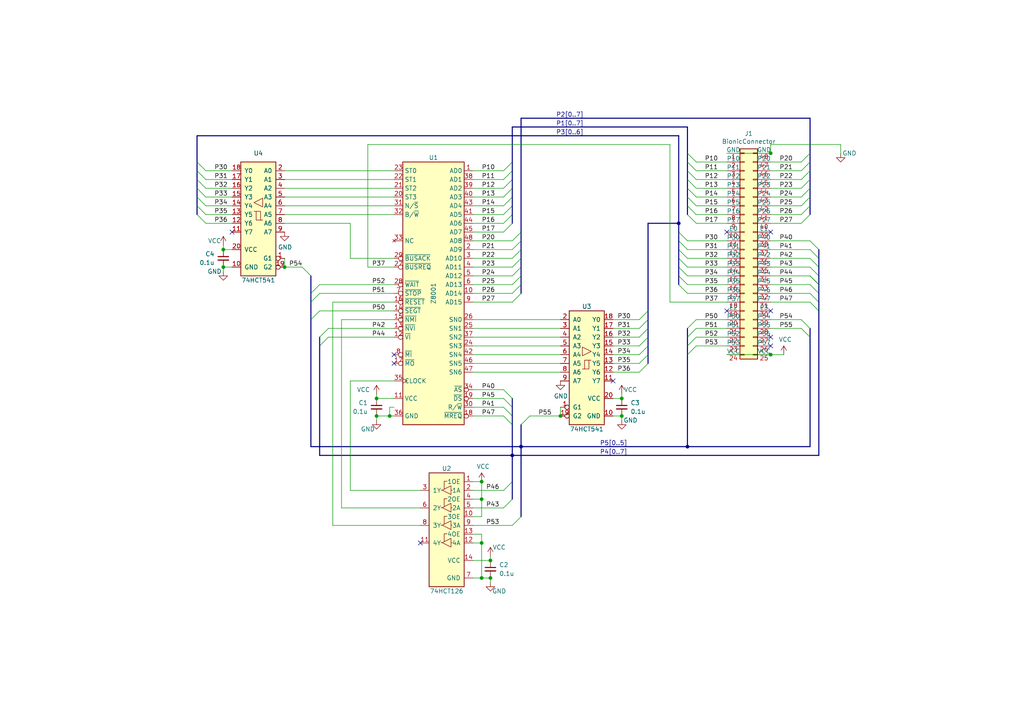
<source format=kicad_sch>
(kicad_sch (version 20211123) (generator eeschema)
  (paper "A4")
  (title_block (title "BionicZ8001 Mezzanine") (date "2022-01-19") (rev "1") (company "Tadashi G. Takaoka"))
  (lib_symbols
    (symbol "0-LocalLibrary:74HCT126" (pin_names (offset 1.016))
      (property "Reference" "U" (at 0 16.51 0))
      (property "Value" "74HCT126" (at 0 -19.05 0))
      (symbol "74HCT126_0_1"
        (polyline (pts (xy -1.2954 10.2108) (xy -1.6002 10.2108)))
        (polyline (pts (xy 1.2954 10.2362) (xy 1.651 10.2362)))
        (polyline (pts (xy 0.7112 10.5664) (xy 0.7112 12.827) (xy -0.127 12.827) (xy -0.1016 12.827)))
      )
      (symbol "74HCT126_1_0"
        (polyline (pts (xy 1.27 10.2362) (xy -1.27 11.5062) (xy -1.27 8.9662) (xy 1.27 10.2362)) (stroke (width 0.1524)))
        (pin input line (at -7.62 12.7 0) (length 2.54) (name "1OE") (number "1"))
        (pin input line (at -7.62 2.54 0) (length 2.54) (name "3OE") (number "10"))
        (pin tri_state line (at 7.62 -5.08 180) (length 2.54) (name "4Y") (number "11"))
        (pin input line (at -7.62 -5.08 0) (length 2.54) (name "4A") (number "12"))
        (pin input line (at -7.62 -2.54 0) (length 2.54) (name "4OE") (number "13"))
        (pin power_in line (at -7.62 -10.16 0) (length 2.54) (name "VCC") (number "14"))
        (pin input line (at -7.62 10.16 0) (length 2.54) (name "1A") (number "2"))
        (pin tri_state line (at 7.62 10.16 180) (length 2.54) (name "1Y") (number "3"))
        (pin input line (at -7.62 7.62 0) (length 2.54) (name "2OE") (number "4"))
        (pin input line (at -7.62 5.08 0) (length 2.54) (name "2A") (number "5"))
        (pin tri_state line (at 7.62 5.08 180) (length 2.54) (name "2Y") (number "6"))
        (pin power_in line (at -7.62 -15.24 0) (length 2.54) (name "GND") (number "7"))
        (pin tri_state line (at 7.62 0 180) (length 2.54) (name "3Y") (number "8"))
        (pin input line (at -7.62 0 0) (length 2.54) (name "3A") (number "9"))
      )
      (symbol "74HCT126_1_1"
        (rectangle (start -5.08 15.24) (end 5.08 -17.78) (stroke (width 0.254)) (fill (type background)))
        (polyline (pts (xy -1.2954 -5.0292) (xy -1.6002 -5.0292)))
        (polyline (pts (xy -1.2954 0.0508) (xy -1.6002 0.0508)))
        (polyline (pts (xy -1.2954 5.1308) (xy -1.6002 5.1308)))
        (polyline (pts (xy 1.2954 -5.0038) (xy 1.651 -5.0038)))
        (polyline (pts (xy 1.2954 0.0762) (xy 1.651 0.0762)))
        (polyline (pts (xy 1.2954 5.1562) (xy 1.651 5.1562)))
        (polyline (pts (xy 0.7112 -4.6736) (xy 0.7112 -2.413) (xy -0.127 -2.413) (xy -0.1016 -2.413)))
        (polyline (pts (xy 0.7112 0.4064) (xy 0.7112 2.667) (xy -0.127 2.667) (xy -0.1016 2.667)))
        (polyline (pts (xy 0.7112 5.4864) (xy 0.7112 7.747) (xy -0.127 7.747) (xy -0.1016 7.747)))
        (polyline (pts (xy 1.27 -5.0038) (xy -1.27 -3.7338) (xy -1.27 -6.2738) (xy 1.27 -5.0038)) (stroke (width 0.1524)))
        (polyline (pts (xy 1.27 0.0762) (xy -1.27 1.3462) (xy -1.27 -1.1938) (xy 1.27 0.0762)) (stroke (width 0.1524)))
        (polyline (pts (xy 1.27 5.1562) (xy -1.27 6.4262) (xy -1.27 3.8862) (xy 1.27 5.1562)) (stroke (width 0.1524)))
      )
    )
    (symbol "0-LocalLibrary:74HCT541" (pin_names (offset 1.016))
      (property "Reference" "U" (at -7.62 16.51 0))
      (property "Value" "74HCT541" (at -7.62 -20.32 0))
      (symbol "74HCT541_1_0"
        (polyline (pts (xy -0.635 -1.6002) (xy -0.635 0.9398) (xy 0.635 0.9398)))
        (polyline (pts (xy -1.27 -1.6002) (xy 0.635 -1.6002) (xy 0.635 0.9398) (xy 1.27 0.9398)))
        (polyline (pts (xy 1.27 3.4798) (xy -1.27 4.7498) (xy -1.27 2.2098) (xy 1.27 3.4798)) (stroke (width 0.1524)))
        (pin input inverted (at -7.62 -12.7 0) (length 2.54) (name "G1") (number "1"))
        (pin power_in line (at 7.62 -15.24 180) (length 2.54) (name "GND") (number "10"))
        (pin tri_state line (at 7.62 -5.08 180) (length 2.54) (name "Y7") (number "11"))
        (pin tri_state line (at 7.62 -2.54 180) (length 2.54) (name "Y6") (number "12"))
        (pin tri_state line (at 7.62 0 180) (length 2.54) (name "Y5") (number "13"))
        (pin tri_state line (at 7.62 2.54 180) (length 2.54) (name "Y4") (number "14"))
        (pin tri_state line (at 7.62 5.08 180) (length 2.54) (name "Y3") (number "15"))
        (pin tri_state line (at 7.62 7.62 180) (length 2.54) (name "Y2") (number "16"))
        (pin tri_state line (at 7.62 10.16 180) (length 2.54) (name "Y1") (number "17"))
        (pin tri_state line (at 7.62 12.7 180) (length 2.54) (name "Y0") (number "18"))
        (pin input inverted (at -7.62 -15.24 0) (length 2.54) (name "G2") (number "19"))
        (pin input line (at -7.62 12.7 0) (length 2.54) (name "A0") (number "2"))
        (pin power_in line (at 7.62 -10.16 180) (length 2.54) (name "VCC") (number "20"))
        (pin input line (at -7.62 10.16 0) (length 2.54) (name "A1") (number "3"))
        (pin input line (at -7.62 7.62 0) (length 2.54) (name "A2") (number "4"))
        (pin input line (at -7.62 5.08 0) (length 2.54) (name "A3") (number "5"))
        (pin input line (at -7.62 2.54 0) (length 2.54) (name "A4") (number "6"))
        (pin input line (at -7.62 0 0) (length 2.54) (name "A5") (number "7"))
        (pin input line (at -7.62 -2.54 0) (length 2.54) (name "A6") (number "8"))
        (pin input line (at -7.62 -5.08 0) (length 2.54) (name "A7") (number "9"))
      )
      (symbol "74HCT541_1_1"
        (rectangle (start -5.08 15.24) (end 5.08 -17.78) (stroke (width 0.254)) (fill (type background)))
      )
    )
    (symbol "0-LocalLibrary:BionicConnector" (pin_names (offset 0))
      (property "Reference" "J" (at 1.27 30.48 0))
      (property "Value" "BionicConnector" (at 3.81 33.02 0))
      (symbol "BionicConnector_1_1"
        (rectangle (start -1.27 -30.353) (end 0 -30.607) (stroke (width 0.1524)))
        (rectangle (start -1.27 -27.813) (end 0 -28.067) (stroke (width 0.1524)))
        (rectangle (start -1.27 -25.273) (end 0 -25.527) (stroke (width 0.1524)))
        (rectangle (start -1.27 -22.733) (end 0 -22.987) (stroke (width 0.1524)))
        (rectangle (start -1.27 -20.193) (end 0 -20.447) (stroke (width 0.1524)))
        (rectangle (start -1.27 -17.653) (end 0 -17.907) (stroke (width 0.1524)))
        (rectangle (start -1.27 -15.113) (end 0 -15.367) (stroke (width 0.1524)))
        (rectangle (start -1.27 -12.573) (end 0 -12.827) (stroke (width 0.1524)))
        (rectangle (start -1.27 -10.033) (end 0 -10.287) (stroke (width 0.1524)))
        (rectangle (start -1.27 -7.493) (end 0 -7.747) (stroke (width 0.1524)))
        (rectangle (start -1.27 -4.953) (end 0 -5.207) (stroke (width 0.1524)))
        (rectangle (start -1.27 -2.413) (end 0 -2.667) (stroke (width 0.1524)))
        (rectangle (start -1.27 0.127) (end 0 -0.127) (stroke (width 0.1524)))
        (rectangle (start -1.27 2.667) (end 0 2.413) (stroke (width 0.1524)))
        (rectangle (start -1.27 5.207) (end 0 4.953) (stroke (width 0.1524)))
        (rectangle (start -1.27 7.747) (end 0 7.493) (stroke (width 0.1524)))
        (rectangle (start -1.27 10.287) (end 0 10.033) (stroke (width 0.1524)))
        (rectangle (start -1.27 12.827) (end 0 12.573) (stroke (width 0.1524)))
        (rectangle (start -1.27 15.367) (end 0 15.113) (stroke (width 0.1524)))
        (rectangle (start -1.27 17.907) (end 0 17.653) (stroke (width 0.1524)))
        (rectangle (start -1.27 20.447) (end 0 20.193) (stroke (width 0.1524)))
        (rectangle (start -1.27 22.987) (end 0 22.733) (stroke (width 0.1524)))
        (rectangle (start -1.27 25.527) (end 0 25.273) (stroke (width 0.1524)))
        (rectangle (start -1.27 28.067) (end 0 27.813) (stroke (width 0.1524)))
        (rectangle (start -1.27 29.21) (end 3.81 -31.75) (stroke (width 0.254)) (fill (type background)))
        (rectangle (start 3.81 -30.353) (end 2.54 -30.607) (stroke (width 0.1524)))
        (rectangle (start 3.81 -27.813) (end 2.54 -28.067) (stroke (width 0.1524)))
        (rectangle (start 3.81 -25.273) (end 2.54 -25.527) (stroke (width 0.1524)))
        (rectangle (start 3.81 -22.733) (end 2.54 -22.987) (stroke (width 0.1524)))
        (rectangle (start 3.81 -20.193) (end 2.54 -20.447) (stroke (width 0.1524)))
        (rectangle (start 3.81 -17.653) (end 2.54 -17.907) (stroke (width 0.1524)))
        (rectangle (start 3.81 -15.113) (end 2.54 -15.367) (stroke (width 0.1524)))
        (rectangle (start 3.81 -12.573) (end 2.54 -12.827) (stroke (width 0.1524)))
        (rectangle (start 3.81 -10.033) (end 2.54 -10.287) (stroke (width 0.1524)))
        (rectangle (start 3.81 -7.493) (end 2.54 -7.747) (stroke (width 0.1524)))
        (rectangle (start 3.81 -4.953) (end 2.54 -5.207) (stroke (width 0.1524)))
        (rectangle (start 3.81 -2.413) (end 2.54 -2.667) (stroke (width 0.1524)))
        (rectangle (start 3.81 0.127) (end 2.54 -0.127) (stroke (width 0.1524)))
        (rectangle (start 3.81 2.667) (end 2.54 2.413) (stroke (width 0.1524)))
        (rectangle (start 3.81 5.207) (end 2.54 4.953) (stroke (width 0.1524)))
        (rectangle (start 3.81 7.747) (end 2.54 7.493) (stroke (width 0.1524)))
        (rectangle (start 3.81 10.287) (end 2.54 10.033) (stroke (width 0.1524)))
        (rectangle (start 3.81 12.827) (end 2.54 12.573) (stroke (width 0.1524)))
        (rectangle (start 3.81 15.367) (end 2.54 15.113) (stroke (width 0.1524)))
        (rectangle (start 3.81 17.907) (end 2.54 17.653) (stroke (width 0.1524)))
        (rectangle (start 3.81 20.447) (end 2.54 20.193) (stroke (width 0.1524)))
        (rectangle (start 3.81 22.987) (end 2.54 22.733) (stroke (width 0.1524)))
        (rectangle (start 3.81 25.527) (end 2.54 25.273) (stroke (width 0.1524)))
        (rectangle (start 3.81 28.067) (end 2.54 27.813) (stroke (width 0.1524)))
        (pin power_out line (at -5.08 27.94 0) (length 3.81) (name "GND") (number "1"))
        (pin bidirectional line (at -5.08 5.08 0) (length 3.81) (name "E0") (number "10"))
        (pin bidirectional line (at -5.08 2.54 0) (length 3.81) (name "P30") (number "11"))
        (pin bidirectional line (at -5.08 0 0) (length 3.81) (name "P31") (number "12"))
        (pin bidirectional line (at -5.08 -2.54 0) (length 3.81) (name "P32") (number "13"))
        (pin bidirectional line (at -5.08 -5.08 0) (length 3.81) (name "P33") (number "14"))
        (pin bidirectional line (at -5.08 -7.62 0) (length 3.81) (name "P34") (number "15"))
        (pin bidirectional line (at -5.08 -10.16 0) (length 3.81) (name "P35") (number "16"))
        (pin bidirectional line (at -5.08 -12.7 0) (length 3.81) (name "P36") (number "17"))
        (pin bidirectional line (at -5.08 -15.24 0) (length 3.81) (name "P37") (number "18"))
        (pin bidirectional line (at -5.08 -17.78 0) (length 3.81) (name "E2") (number "19"))
        (pin bidirectional line (at -5.08 25.4 0) (length 3.81) (name "P10") (number "2"))
        (pin bidirectional line (at -5.08 -20.32 0) (length 3.81) (name "P50") (number "20"))
        (pin bidirectional line (at -5.08 -22.86 0) (length 3.81) (name "P51") (number "21"))
        (pin bidirectional line (at -5.08 -25.4 0) (length 3.81) (name "P52") (number "22"))
        (pin bidirectional line (at -5.08 -27.94 0) (length 3.81) (name "P53") (number "23"))
        (pin power_out line (at -5.08 -30.48 0) (length 3.81) (name "VCC") (number "24"))
        (pin power_in line (at 7.62 -30.48 180) (length 3.81) (name "VCC") (number "25"))
        (pin bidirectional line (at 7.62 -27.94 180) (length 3.81) (name "P57") (number "26"))
        (pin bidirectional line (at 7.62 -25.4 180) (length 3.81) (name "P56") (number "27"))
        (pin bidirectional line (at 7.62 -22.86 180) (length 3.81) (name "P55") (number "28"))
        (pin bidirectional line (at 7.62 -20.32 180) (length 3.81) (name "P54") (number "29"))
        (pin bidirectional line (at -5.08 22.86 0) (length 3.81) (name "P11") (number "3"))
        (pin bidirectional line (at 7.62 -17.78 180) (length 3.81) (name "E3") (number "30"))
        (pin bidirectional line (at 7.62 -15.24 180) (length 3.81) (name "P47") (number "31"))
        (pin bidirectional line (at 7.62 -12.7 180) (length 3.81) (name "P46") (number "32"))
        (pin bidirectional line (at 7.62 -10.16 180) (length 3.81) (name "P45") (number "33"))
        (pin bidirectional line (at 7.62 -7.62 180) (length 3.81) (name "P44") (number "34"))
        (pin bidirectional line (at 7.62 -5.08 180) (length 3.81) (name "P43") (number "35"))
        (pin bidirectional line (at 7.62 -2.54 180) (length 3.81) (name "P42") (number "36"))
        (pin bidirectional line (at 7.62 0 180) (length 3.81) (name "P41") (number "37"))
        (pin bidirectional line (at 7.62 2.54 180) (length 3.81) (name "P40") (number "38"))
        (pin bidirectional line (at 7.62 5.08 180) (length 3.81) (name "E1") (number "39"))
        (pin bidirectional line (at -5.08 20.32 0) (length 3.81) (name "P12") (number "4"))
        (pin bidirectional line (at 7.62 7.62 180) (length 3.81) (name "P27") (number "40"))
        (pin bidirectional line (at 7.62 10.16 180) (length 3.81) (name "P26") (number "41"))
        (pin bidirectional line (at 7.62 12.7 180) (length 3.81) (name "P25") (number "42"))
        (pin bidirectional line (at 7.62 15.24 180) (length 3.81) (name "P24") (number "43"))
        (pin bidirectional line (at 7.62 17.78 180) (length 3.81) (name "P23") (number "44"))
        (pin bidirectional line (at 7.62 20.32 180) (length 3.81) (name "P22") (number "45"))
        (pin bidirectional line (at 7.62 22.86 180) (length 3.81) (name "P21") (number "46"))
        (pin bidirectional line (at 7.62 25.4 180) (length 3.81) (name "P20") (number "47"))
        (pin power_in line (at 7.62 27.94 180) (length 3.81) (name "GND") (number "48"))
        (pin bidirectional line (at -5.08 17.78 0) (length 3.81) (name "P13") (number "5"))
        (pin bidirectional line (at -5.08 15.24 0) (length 3.81) (name "P14") (number "6"))
        (pin bidirectional line (at -5.08 12.7 0) (length 3.81) (name "P15") (number "7"))
        (pin bidirectional line (at -5.08 10.16 0) (length 3.81) (name "P16") (number "8"))
        (pin bidirectional line (at -5.08 7.62 0) (length 3.81) (name "P17") (number "9"))
      )
    )
    (symbol "0-LocalLibrary:Z8001"
      (property "Reference" "U" (at -1.27 39.37 0))
      (property "Value" "Z8001" (at 0 0 90))
      (symbol "Z8001_0_0"
        (pin input inverted (at -11.43 -5.08 0) (length 2.54) (name "~{SEGT}") (number "14"))
        (pin output line (at 11.43 -15.24 180) (length 2.54) (name "SN3") (number "24"))
        (pin output line (at 11.43 -10.16 180) (length 2.54) (name "SN1") (number "25"))
        (pin output line (at 11.43 -7.62 180) (length 2.54) (name "SN0") (number "26"))
        (pin output line (at 11.43 -12.7 180) (length 2.54) (name "SN2") (number "37"))
        (pin output line (at 11.43 -17.78 180) (length 2.54) (name "SN4") (number "42"))
        (pin output line (at 11.43 -20.32 180) (length 2.54) (name "SN5") (number "46"))
        (pin output line (at 11.43 -22.86 180) (length 2.54) (name "SN6") (number "47"))
      )
      (symbol "Z8001_0_1"
        (rectangle (start -8.89 -38.1) (end 8.89 38.1) (stroke (width 0.254)) (fill (type background)))
      )
      (symbol "Z8001_1_1"
        (pin bidirectional line (at 11.43 35.56 180) (length 2.54) (name "AD0") (number "1"))
        (pin bidirectional line (at 11.43 0 180) (length 2.54) (name "AD14") (number "10"))
        (pin power_in line (at -11.43 -30.48 0) (length 2.54) (name "VCC") (number "11"))
        (pin input inverted (at -11.43 -12.7 0) (length 2.54) (name "~{VI}") (number "12"))
        (pin input inverted (at -11.43 -10.16 0) (length 2.54) (name "~{NVI}") (number "13"))
        (pin input inverted (at -11.43 -7.62 0) (length 2.54) (name "~{NMI}") (number "15"))
        (pin input inverted (at -11.43 -2.54 0) (length 2.54) (name "~{RESET}") (number "16"))
        (pin output inverted (at -11.43 -20.32 0) (length 2.54) (name "~{MO}") (number "17"))
        (pin output inverted (at 11.43 -35.56 180) (length 2.54) (name "~{MREQ}") (number "18"))
        (pin output inverted (at 11.43 -30.48 180) (length 2.54) (name "~{DS}") (number "19"))
        (pin bidirectional line (at 11.43 12.7 180) (length 2.54) (name "AD9") (number "2"))
        (pin output line (at -11.43 27.94 0) (length 2.54) (name "ST3") (number "20"))
        (pin output line (at -11.43 30.48 0) (length 2.54) (name "ST2") (number "21"))
        (pin output line (at -11.43 33.02 0) (length 2.54) (name "ST1") (number "22"))
        (pin output line (at -11.43 35.56 0) (length 2.54) (name "ST0") (number "23"))
        (pin input inverted (at -11.43 7.62 0) (length 2.54) (name "~{BUSREQ}") (number "27"))
        (pin input inverted (at -11.43 2.54 0) (length 2.54) (name "~{WAIT}") (number "28"))
        (pin output inverted (at -11.43 10.16 0) (length 2.54) (name "~{BUSACK}") (number "29"))
        (pin bidirectional line (at 11.43 10.16 180) (length 2.54) (name "AD10") (number "3"))
        (pin output line (at 11.43 -33.02 180) (length 2.54) (name "R/~{W}") (number "30"))
        (pin output line (at -11.43 25.4 0) (length 2.54) (name "N/~{S}") (number "31"))
        (pin output line (at -11.43 22.86 0) (length 2.54) (name "B/~{W}") (number "32"))
        (pin no_connect line (at -11.43 15.24 0) (length 2.54) (name "NC") (number "33"))
        (pin output inverted (at 11.43 -27.94 180) (length 2.54) (name "~{AS}") (number "34"))
        (pin input clock (at -11.43 -25.4 0) (length 2.54) (name "CLOCK") (number "35"))
        (pin power_in line (at -11.43 -35.56 0) (length 2.54) (name "GND") (number "36"))
        (pin bidirectional line (at 11.43 33.02 180) (length 2.54) (name "AD1") (number "38"))
        (pin bidirectional line (at 11.43 30.48 180) (length 2.54) (name "AD2") (number "39"))
        (pin bidirectional line (at 11.43 7.62 180) (length 2.54) (name "AD11") (number "4"))
        (pin bidirectional line (at 11.43 27.94 180) (length 2.54) (name "AD3") (number "40"))
        (pin bidirectional line (at 11.43 22.86 180) (length 2.54) (name "AD5") (number "41"))
        (pin bidirectional line (at 11.43 25.4 180) (length 2.54) (name "AD4") (number "43"))
        (pin bidirectional line (at 11.43 20.32 180) (length 2.54) (name "AD6") (number "44"))
        (pin bidirectional line (at 11.43 17.78 180) (length 2.54) (name "AD7") (number "45"))
        (pin bidirectional line (at 11.43 15.24 180) (length 2.54) (name "AD8") (number "48"))
        (pin bidirectional line (at 11.43 5.08 180) (length 2.54) (name "AD12") (number "5"))
        (pin bidirectional line (at 11.43 2.54 180) (length 2.54) (name "AD13") (number "6"))
        (pin input inverted (at -11.43 0 0) (length 2.54) (name "~{STOP}") (number "7"))
        (pin input inverted (at -11.43 -17.78 0) (length 2.54) (name "~{MI}") (number "8"))
        (pin bidirectional line (at 11.43 -2.54 180) (length 2.54) (name "AD15") (number "9"))
      )
    )
    (symbol "Device:C_Small" (pin_numbers hide) (pin_names (offset 0.254) hide)
      (property "Reference" "C" (at 0.254 1.778 0))
      (property "Value" "C_Small" (at 0.254 -2.032 0))
      (symbol "C_Small_0_1"
        (polyline (pts (xy -1.524 -0.508) (xy 1.524 -0.508)) (stroke (width 0.3302)))
        (polyline (pts (xy -1.524 0.508) (xy 1.524 0.508)) (stroke (width 0.3048)))
      )
      (symbol "C_Small_1_1"
        (pin passive line (at 0 2.54 270) (length 2.032) (name "~") (number "1"))
        (pin passive line (at 0 -2.54 90) (length 2.032) (name "~") (number "2"))
      )
    )
    (symbol "power:GND" (power) (pin_names (offset 0))
      (property "Value" "GND" (at 0 -3.81 0))
      (symbol "GND_0_1"
        (polyline (pts (xy 0 0) (xy 0 -1.27) (xy 1.27 -1.27) (xy 0 -2.54) (xy -1.27 -1.27) (xy 0 -1.27)))
      )
      (symbol "GND_1_1"
        (pin power_in line (at 0 0 270) (length 0) hide (name "GND") (number "1"))
      )
    )
    (symbol "power:VCC" (power) (pin_names (offset 0))
      (property "Value" "VCC" (at 0 3.81 0))
      (symbol "VCC_0_1"
        (polyline (pts (xy -0.762 1.27) (xy 0 2.54)))
        (polyline (pts (xy 0 0) (xy 0 2.54)))
        (polyline (pts (xy 0 2.54) (xy 0.762 1.27)))
      )
      (symbol "VCC_1_1"
        (pin power_in line (at 0 0 90) (length 0) hide (name "VCC") (number "1"))
      )
    )
  )
  (junction (at 139.7 157.48))
  (junction (at 109.22 115.57))
  (junction (at 142.24 167.64))
  (junction (at 139.7 167.64))
  (junction (at 223.52 44.45))
  (junction (at 162.56 120.65))
  (junction (at 139.7 139.7))
  (junction (at 142.24 162.56))
  (junction (at 196.85 64.77))
  (junction (at 64.77 72.39))
  (junction (at 139.7 144.78))
  (junction (at 223.52 102.87))
  (junction (at 109.22 120.65))
  (junction (at 151.13 129.54))
  (junction (at 148.59 132.08))
  (junction (at 64.77 77.47))
  (junction (at 180.34 120.65))
  (junction (at 113.03 120.65))
  (junction (at 199.39 129.54))
  (junction (at 180.34 115.57))
  (junction (at 82.55 77.47))
  (no_connect (at 223.52 67.31))
  (no_connect (at 114.3 102.87))
  (no_connect (at 67.31 67.31))
  (no_connect (at 210.82 90.17))
  (no_connect (at 114.3 105.41))
  (no_connect (at 121.92 157.48))
  (no_connect (at 223.52 97.79))
  (no_connect (at 223.52 100.33))
  (no_connect (at 177.8 110.49))
  (no_connect (at 223.52 90.17))
  (no_connect (at 210.82 67.31))
  (bus_entry (at 151.13 80.01) (size -2.54 2.54))
  (bus_entry (at 146.05 57.15) (size 2.54 -2.54))
  (bus_entry (at 196.85 69.85) (size 2.54 2.54))
  (bus_entry (at 146.05 118.11) (size 2.54 2.54))
  (bus_entry (at 201.93 100.33) (size -2.54 2.54))
  (bus_entry (at 196.85 80.01) (size 2.54 2.54))
  (bus_entry (at 196.85 74.93) (size 2.54 2.54))
  (bus_entry (at 234.95 44.45) (size -2.54 2.54))
  (bus_entry (at 199.39 69.85) (size -2.54 -2.54))
  (bus_entry (at 92.71 85.09) (size -2.54 2.54))
  (bus_entry (at 201.93 62.23) (size -2.54 -2.54))
  (bus_entry (at 187.96 105.41) (size -2.54 2.54))
  (bus_entry (at 234.95 85.09) (size 2.54 2.54))
  (bus_entry (at 234.95 80.01) (size 2.54 2.54))
  (bus_entry (at 234.95 59.69) (size -2.54 2.54))
  (bus_entry (at 201.93 64.77) (size -2.54 -2.54))
  (bus_entry (at 151.13 82.55) (size -2.54 2.54))
  (bus_entry (at 187.96 100.33) (size -2.54 2.54))
  (bus_entry (at 146.05 113.03) (size 2.54 2.54))
  (bus_entry (at 187.96 90.17) (size -2.54 2.54))
  (bus_entry (at 92.71 90.17) (size -2.54 2.54))
  (bus_entry (at 90.17 80.01) (size -2.54 -2.54))
  (bus_entry (at 234.95 46.99) (size -2.54 2.54))
  (bus_entry (at 57.15 59.69) (size 2.54 2.54))
  (bus_entry (at 57.15 52.07) (size 2.54 2.54))
  (bus_entry (at 232.41 92.71) (size 2.54 2.54))
  (bus_entry (at 234.95 72.39) (size 2.54 2.54))
  (bus_entry (at 234.95 62.23) (size -2.54 2.54))
  (bus_entry (at 234.95 52.07) (size -2.54 2.54))
  (bus_entry (at 201.93 57.15) (size -2.54 -2.54))
  (bus_entry (at 146.05 49.53) (size 2.54 -2.54))
  (bus_entry (at 234.95 87.63) (size 2.54 2.54))
  (bus_entry (at 201.93 97.79) (size -2.54 2.54))
  (bus_entry (at 146.05 52.07) (size 2.54 -2.54))
  (bus_entry (at 234.95 74.93) (size 2.54 2.54))
  (bus_entry (at 57.15 49.53) (size 2.54 2.54))
  (bus_entry (at 201.93 95.25) (size -2.54 2.54))
  (bus_entry (at 151.13 74.93) (size -2.54 2.54))
  (bus_entry (at 148.59 144.78) (size -2.54 2.54))
  (bus_entry (at 146.05 62.23) (size 2.54 -2.54))
  (bus_entry (at 151.13 85.09) (size -2.54 2.54))
  (bus_entry (at 151.13 149.86) (size -2.54 2.54))
  (bus_entry (at 234.95 77.47) (size 2.54 2.54))
  (bus_entry (at 57.15 57.15) (size 2.54 2.54))
  (bus_entry (at 187.96 95.25) (size -2.54 2.54))
  (bus_entry (at 201.93 92.71) (size -2.54 2.54))
  (bus_entry (at 146.05 54.61) (size 2.54 -2.54))
  (bus_entry (at 187.96 102.87) (size -2.54 2.54))
  (bus_entry (at 151.13 123.19) (size 2.54 -2.54))
  (bus_entry (at 201.93 46.99) (size -2.54 -2.54))
  (bus_entry (at 234.95 80.01) (size 2.54 2.54))
  (bus_entry (at 146.05 115.57) (size 2.54 2.54))
  (bus_entry (at 148.59 139.7) (size -2.54 2.54))
  (bus_entry (at 92.71 97.79) (size 2.54 -2.54))
  (bus_entry (at 92.71 100.33) (size 2.54 -2.54))
  (bus_entry (at 234.95 49.53) (size -2.54 2.54))
  (bus_entry (at 234.95 69.85) (size 2.54 2.54))
  (bus_entry (at 57.15 46.99) (size 2.54 2.54))
  (bus_entry (at 187.96 92.71) (size -2.54 2.54))
  (bus_entry (at 146.05 59.69) (size 2.54 -2.54))
  (bus_entry (at 187.96 97.79) (size -2.54 2.54))
  (bus_entry (at 146.05 64.77) (size 2.54 -2.54))
  (bus_entry (at 151.13 69.85) (size -2.54 2.54))
  (bus_entry (at 151.13 77.47) (size -2.54 2.54))
  (bus_entry (at 234.95 54.61) (size -2.54 2.54))
  (bus_entry (at 196.85 77.47) (size 2.54 2.54))
  (bus_entry (at 151.13 67.31) (size -2.54 2.54))
  (bus_entry (at 234.95 82.55) (size 2.54 2.54))
  (bus_entry (at 92.71 82.55) (size -2.54 2.54))
  (bus_entry (at 196.85 72.39) (size 2.54 2.54))
  (bus_entry (at 201.93 52.07) (size -2.54 -2.54))
  (bus_entry (at 146.05 67.31) (size 2.54 -2.54))
  (bus_entry (at 232.41 95.25) (size 2.54 2.54))
  (bus_entry (at 196.85 82.55) (size 2.54 2.54))
  (bus_entry (at 146.05 120.65) (size 2.54 2.54))
  (bus_entry (at 234.95 57.15) (size -2.54 2.54))
  (bus_entry (at 201.93 54.61) (size -2.54 -2.54))
  (bus_entry (at 201.93 59.69) (size -2.54 -2.54))
  (bus_entry (at 151.13 72.39) (size -2.54 2.54))
  (bus_entry (at 201.93 49.53) (size -2.54 -2.54))
  (bus_entry (at 57.15 62.23) (size 2.54 2.54))
  (bus_entry (at 57.15 54.61) (size 2.54 2.54))
  (wire (pts (xy 210.82 95.25) (xy 201.93 95.25)))
  (wire (pts (xy 109.22 121.92) (xy 109.22 120.65)))
  (bus (pts (xy 57.15 52.07) (xy 57.15 54.61)))
  (bus (pts (xy 234.95 52.07) (xy 234.95 54.61)))
  (bus (pts (xy 196.85 64.77) (xy 196.85 67.31)))
  (wire (pts (xy 82.55 64.77) (xy 101.6 64.77)))
  (bus (pts (xy 187.96 95.25) (xy 187.96 97.79)))
  (wire (pts (xy 67.31 77.47) (xy 64.77 77.47)))
  (wire (pts (xy 101.6 110.49) (xy 101.6 142.24)))
  (bus (pts (xy 57.15 57.15) (xy 57.15 59.69)))
  (bus (pts (xy 57.15 39.37) (xy 57.15 46.99)))
  (wire (pts (xy 223.52 62.23) (xy 232.41 62.23)))
  (wire (pts (xy 114.3 77.47) (xy 106.68 77.47)))
  (wire (pts (xy 99.06 92.71) (xy 114.3 92.71)))
  (bus (pts (xy 57.15 39.37) (xy 196.85 39.37)))
  (bus (pts (xy 148.59 139.7) (xy 148.59 144.78)))
  (bus (pts (xy 151.13 82.55) (xy 151.13 85.09)))
  (bus (pts (xy 148.59 118.11) (xy 148.59 120.65)))
  (bus (pts (xy 187.96 92.71) (xy 187.96 95.25)))
  (bus (pts (xy 90.17 92.71) (xy 90.17 129.54)))
  (wire (pts (xy 223.52 80.01) (xy 234.95 80.01)))
  (wire (pts (xy 137.16 167.64) (xy 139.7 167.64)))
  (bus (pts (xy 187.96 90.17) (xy 187.96 92.71)))
  (bus (pts (xy 151.13 129.54) (xy 199.39 129.54)))
  (wire (pts (xy 223.52 74.93) (xy 234.95 74.93)))
  (wire (pts (xy 64.77 72.39) (xy 64.77 71.12)))
  (wire (pts (xy 64.77 72.39) (xy 67.31 72.39)))
  (wire (pts (xy 210.82 64.77) (xy 201.93 64.77)))
  (bus (pts (xy 237.49 87.63) (xy 237.49 90.17)))
  (bus (pts (xy 199.39 46.99) (xy 199.39 49.53)))
  (wire (pts (xy 210.82 57.15) (xy 201.93 57.15)))
  (wire (pts (xy 137.16 147.32) (xy 146.05 147.32)))
  (wire (pts (xy 121.92 147.32) (xy 99.06 147.32)))
  (wire (pts (xy 82.55 57.15) (xy 114.3 57.15)))
  (wire (pts (xy 137.16 87.63) (xy 148.59 87.63)))
  (wire (pts (xy 114.3 118.11) (xy 113.03 118.11)))
  (wire (pts (xy 210.82 80.01) (xy 199.39 80.01)))
  (bus (pts (xy 187.96 100.33) (xy 187.96 102.87)))
  (wire (pts (xy 137.16 113.03) (xy 146.05 113.03)))
  (wire (pts (xy 210.82 52.07) (xy 201.93 52.07)))
  (wire (pts (xy 223.52 85.09) (xy 234.95 85.09)))
  (bus (pts (xy 148.59 36.83) (xy 148.59 46.99)))
  (bus (pts (xy 196.85 72.39) (xy 196.85 74.93)))
  (wire (pts (xy 177.8 105.41) (xy 185.42 105.41)))
  (wire (pts (xy 223.52 69.85) (xy 234.95 69.85)))
  (wire (pts (xy 194.31 87.63) (xy 210.82 87.63)))
  (bus (pts (xy 151.13 80.01) (xy 151.13 82.55)))
  (wire (pts (xy 139.7 144.78) (xy 139.7 149.86)))
  (bus (pts (xy 196.85 74.93) (xy 196.85 77.47)))
  (wire (pts (xy 199.39 85.09) (xy 210.82 85.09)))
  (wire (pts (xy 223.52 72.39) (xy 234.95 72.39)))
  (wire (pts (xy 223.52 52.07) (xy 232.41 52.07)))
  (wire (pts (xy 96.52 87.63) (xy 96.52 152.4)))
  (wire (pts (xy 223.52 87.63) (xy 234.95 87.63)))
  (bus (pts (xy 151.13 77.47) (xy 151.13 80.01)))
  (wire (pts (xy 201.93 100.33) (xy 210.82 100.33)))
  (wire (pts (xy 114.3 85.09) (xy 92.71 85.09)))
  (bus (pts (xy 237.49 72.39) (xy 237.49 74.93)))
  (wire (pts (xy 137.16 49.53) (xy 146.05 49.53)))
  (bus (pts (xy 234.95 57.15) (xy 234.95 59.69)))
  (wire (pts (xy 177.8 102.87) (xy 185.42 102.87)))
  (wire (pts (xy 223.52 41.91) (xy 243.84 41.91)))
  (wire (pts (xy 137.16 82.55) (xy 148.59 82.55)))
  (bus (pts (xy 148.59 36.83) (xy 199.39 36.83)))
  (wire (pts (xy 95.25 97.79) (xy 114.3 97.79)))
  (bus (pts (xy 199.39 54.61) (xy 199.39 57.15)))
  (wire (pts (xy 223.52 82.55) (xy 234.95 82.55)))
  (wire (pts (xy 137.16 52.07) (xy 146.05 52.07)))
  (wire (pts (xy 223.52 64.77) (xy 232.41 64.77)))
  (bus (pts (xy 234.95 46.99) (xy 234.95 49.53)))
  (wire (pts (xy 67.31 59.69) (xy 59.69 59.69)))
  (bus (pts (xy 151.13 69.85) (xy 151.13 72.39)))
  (wire (pts (xy 223.52 46.99) (xy 232.41 46.99)))
  (wire (pts (xy 210.82 49.53) (xy 201.93 49.53)))
  (bus (pts (xy 57.15 59.69) (xy 57.15 62.23)))
  (bus (pts (xy 148.59 57.15) (xy 148.59 59.69)))
  (bus (pts (xy 151.13 72.39) (xy 151.13 74.93)))
  (bus (pts (xy 234.95 49.53) (xy 234.95 52.07)))
  (bus (pts (xy 237.49 90.17) (xy 237.49 132.08)))
  (bus (pts (xy 199.39 57.15) (xy 199.39 59.69)))
  (wire (pts (xy 210.82 62.23) (xy 201.93 62.23)))
  (bus (pts (xy 196.85 67.31) (xy 196.85 69.85)))
  (wire (pts (xy 223.52 59.69) (xy 232.41 59.69)))
  (wire (pts (xy 82.55 52.07) (xy 114.3 52.07)))
  (wire (pts (xy 137.16 95.25) (xy 162.56 95.25)))
  (wire (pts (xy 67.31 49.53) (xy 59.69 49.53)))
  (wire (pts (xy 137.16 105.41) (xy 162.56 105.41)))
  (bus (pts (xy 199.39 129.54) (xy 234.95 129.54)))
  (wire (pts (xy 210.82 46.99) (xy 201.93 46.99)))
  (wire (pts (xy 67.31 54.61) (xy 59.69 54.61)))
  (wire (pts (xy 82.55 62.23) (xy 114.3 62.23)))
  (wire (pts (xy 180.34 115.57) (xy 177.8 115.57)))
  (bus (pts (xy 90.17 87.63) (xy 90.17 92.71)))
  (bus (pts (xy 199.39 44.45) (xy 199.39 46.99)))
  (wire (pts (xy 109.22 115.57) (xy 109.22 114.3)))
  (wire (pts (xy 223.52 57.15) (xy 232.41 57.15)))
  (wire (pts (xy 210.82 97.79) (xy 201.93 97.79)))
  (wire (pts (xy 82.55 49.53) (xy 114.3 49.53)))
  (wire (pts (xy 99.06 147.32) (xy 99.06 92.71)))
  (wire (pts (xy 137.16 72.39) (xy 148.59 72.39)))
  (bus (pts (xy 234.95 34.29) (xy 234.95 44.45)))
  (wire (pts (xy 142.24 168.91) (xy 142.24 167.64)))
  (wire (pts (xy 180.34 115.57) (xy 180.34 114.3)))
  (wire (pts (xy 177.8 95.25) (xy 185.42 95.25)))
  (wire (pts (xy 223.52 49.53) (xy 232.41 49.53)))
  (bus (pts (xy 199.39 97.79) (xy 199.39 100.33)))
  (bus (pts (xy 148.59 49.53) (xy 148.59 52.07)))
  (bus (pts (xy 148.59 132.08) (xy 148.59 139.7)))
  (wire (pts (xy 137.16 64.77) (xy 146.05 64.77)))
  (wire (pts (xy 194.31 41.91) (xy 194.31 87.63)))
  (bus (pts (xy 234.95 95.25) (xy 234.95 97.79)))
  (wire (pts (xy 223.52 102.87) (xy 227.33 102.87)))
  (wire (pts (xy 96.52 87.63) (xy 114.3 87.63)))
  (wire (pts (xy 210.82 92.71) (xy 201.93 92.71)))
  (wire (pts (xy 142.24 162.56) (xy 142.24 161.29)))
  (wire (pts (xy 177.8 107.95) (xy 185.42 107.95)))
  (wire (pts (xy 153.67 120.65) (xy 162.56 120.65)))
  (bus (pts (xy 199.39 49.53) (xy 199.39 52.07)))
  (wire (pts (xy 64.77 78.74) (xy 64.77 77.47)))
  (wire (pts (xy 210.82 74.93) (xy 199.39 74.93)))
  (wire (pts (xy 210.82 102.87) (xy 223.52 102.87)))
  (wire (pts (xy 137.16 62.23) (xy 146.05 62.23)))
  (wire (pts (xy 137.16 118.11) (xy 146.05 118.11)))
  (bus (pts (xy 90.17 80.01) (xy 90.17 85.09)))
  (bus (pts (xy 151.13 123.19) (xy 151.13 129.54)))
  (bus (pts (xy 151.13 34.29) (xy 234.95 34.29)))
  (wire (pts (xy 67.31 52.07) (xy 59.69 52.07)))
  (bus (pts (xy 199.39 52.07) (xy 199.39 54.61)))
  (bus (pts (xy 90.17 85.09) (xy 90.17 87.63)))
  (wire (pts (xy 162.56 120.65) (xy 162.56 118.11)))
  (wire (pts (xy 137.16 59.69) (xy 146.05 59.69)))
  (wire (pts (xy 210.82 44.45) (xy 223.52 44.45)))
  (wire (pts (xy 142.24 162.56) (xy 137.16 162.56)))
  (bus (pts (xy 151.13 74.93) (xy 151.13 77.47)))
  (wire (pts (xy 137.16 77.47) (xy 148.59 77.47)))
  (bus (pts (xy 151.13 34.29) (xy 151.13 67.31)))
  (bus (pts (xy 148.59 54.61) (xy 148.59 57.15)))
  (bus (pts (xy 148.59 123.19) (xy 148.59 132.08)))
  (bus (pts (xy 90.17 129.54) (xy 151.13 129.54)))
  (bus (pts (xy 234.95 59.69) (xy 234.95 62.23)))
  (wire (pts (xy 137.16 74.93) (xy 148.59 74.93)))
  (wire (pts (xy 180.34 121.92) (xy 180.34 120.65)))
  (wire (pts (xy 223.52 77.47) (xy 234.95 77.47)))
  (wire (pts (xy 137.16 67.31) (xy 146.05 67.31)))
  (bus (pts (xy 199.39 100.33) (xy 199.39 102.87)))
  (wire (pts (xy 210.82 59.69) (xy 201.93 59.69)))
  (bus (pts (xy 92.71 100.33) (xy 92.71 132.08)))
  (wire (pts (xy 67.31 57.15) (xy 59.69 57.15)))
  (bus (pts (xy 234.95 97.79) (xy 234.95 129.54)))
  (wire (pts (xy 139.7 157.48) (xy 139.7 167.64)))
  (wire (pts (xy 137.16 154.94) (xy 139.7 154.94)))
  (wire (pts (xy 137.16 139.7) (xy 139.7 139.7)))
  (wire (pts (xy 67.31 64.77) (xy 59.69 64.77)))
  (wire (pts (xy 210.82 72.39) (xy 199.39 72.39)))
  (bus (pts (xy 234.95 44.45) (xy 234.95 46.99)))
  (wire (pts (xy 82.55 54.61) (xy 114.3 54.61)))
  (wire (pts (xy 223.52 92.71) (xy 232.41 92.71)))
  (bus (pts (xy 237.49 77.47) (xy 237.49 80.01)))
  (wire (pts (xy 223.52 41.91) (xy 223.52 44.45)))
  (bus (pts (xy 196.85 39.37) (xy 196.85 64.77)))
  (wire (pts (xy 139.7 167.64) (xy 142.24 167.64)))
  (wire (pts (xy 101.6 64.77) (xy 101.6 74.93)))
  (wire (pts (xy 67.31 62.23) (xy 59.69 62.23)))
  (wire (pts (xy 139.7 154.94) (xy 139.7 157.48)))
  (bus (pts (xy 199.39 102.87) (xy 199.39 129.54)))
  (bus (pts (xy 148.59 46.99) (xy 148.59 49.53)))
  (bus (pts (xy 151.13 67.31) (xy 151.13 69.85)))
  (wire (pts (xy 223.52 54.61) (xy 232.41 54.61)))
  (wire (pts (xy 139.7 144.78) (xy 139.7 139.7)))
  (wire (pts (xy 137.16 97.79) (xy 162.56 97.79)))
  (bus (pts (xy 187.96 97.79) (xy 187.96 100.33)))
  (wire (pts (xy 106.68 77.47) (xy 106.68 41.91)))
  (wire (pts (xy 82.55 77.47) (xy 87.63 77.47)))
  (wire (pts (xy 101.6 142.24) (xy 121.92 142.24)))
  (wire (pts (xy 210.82 54.61) (xy 201.93 54.61)))
  (bus (pts (xy 234.95 54.61) (xy 234.95 57.15)))
  (wire (pts (xy 113.03 120.65) (xy 114.3 120.65)))
  (wire (pts (xy 96.52 152.4) (xy 121.92 152.4)))
  (wire (pts (xy 243.84 41.91) (xy 243.84 44.45)))
  (wire (pts (xy 101.6 110.49) (xy 114.3 110.49)))
  (wire (pts (xy 82.55 59.69) (xy 114.3 59.69)))
  (wire (pts (xy 109.22 120.65) (xy 113.03 120.65)))
  (bus (pts (xy 92.71 97.79) (xy 92.71 100.33)))
  (bus (pts (xy 148.59 59.69) (xy 148.59 62.23)))
  (wire (pts (xy 177.8 92.71) (xy 185.42 92.71)))
  (wire (pts (xy 139.7 144.78) (xy 137.16 144.78)))
  (bus (pts (xy 148.59 62.23) (xy 148.59 64.77)))
  (wire (pts (xy 95.25 95.25) (xy 114.3 95.25)))
  (wire (pts (xy 137.16 115.57) (xy 146.05 115.57)))
  (wire (pts (xy 137.16 100.33) (xy 162.56 100.33)))
  (wire (pts (xy 137.16 69.85) (xy 148.59 69.85)))
  (bus (pts (xy 187.96 102.87) (xy 187.96 105.41)))
  (wire (pts (xy 109.22 115.57) (xy 114.3 115.57)))
  (bus (pts (xy 151.13 129.54) (xy 151.13 149.86)))
  (wire (pts (xy 137.16 54.61) (xy 146.05 54.61)))
  (wire (pts (xy 101.6 74.93) (xy 114.3 74.93)))
  (wire (pts (xy 137.16 80.01) (xy 148.59 80.01)))
  (bus (pts (xy 148.59 120.65) (xy 148.59 123.19)))
  (wire (pts (xy 177.8 100.33) (xy 185.42 100.33)))
  (wire (pts (xy 106.68 41.91) (xy 194.31 41.91)))
  (wire (pts (xy 113.03 118.11) (xy 113.03 120.65)))
  (bus (pts (xy 148.59 115.57) (xy 148.59 118.11)))
  (bus (pts (xy 237.49 82.55) (xy 237.49 85.09)))
  (bus (pts (xy 199.39 36.83) (xy 199.39 44.45)))
  (wire (pts (xy 137.16 102.87) (xy 162.56 102.87)))
  (bus (pts (xy 237.49 80.01) (xy 237.49 82.55)))
  (wire (pts (xy 210.82 82.55) (xy 199.39 82.55)))
  (wire (pts (xy 137.16 85.09) (xy 148.59 85.09)))
  (wire (pts (xy 137.16 107.95) (xy 162.56 107.95)))
  (bus (pts (xy 57.15 49.53) (xy 57.15 52.07)))
  (bus (pts (xy 187.96 90.17) (xy 187.96 64.77)))
  (bus (pts (xy 199.39 95.25) (xy 199.39 97.79)))
  (bus (pts (xy 196.85 69.85) (xy 196.85 72.39)))
  (wire (pts (xy 210.82 77.47) (xy 199.39 77.47)))
  (bus (pts (xy 196.85 77.47) (xy 196.85 80.01)))
  (bus (pts (xy 148.59 52.07) (xy 148.59 54.61)))
  (wire (pts (xy 137.16 152.4) (xy 148.59 152.4)))
  (wire (pts (xy 210.82 69.85) (xy 199.39 69.85)))
  (wire (pts (xy 139.7 157.48) (xy 137.16 157.48)))
  (bus (pts (xy 196.85 80.01) (xy 196.85 82.55)))
  (wire (pts (xy 82.55 74.93) (xy 82.55 77.47)))
  (bus (pts (xy 237.49 85.09) (xy 237.49 87.63)))
  (wire (pts (xy 223.52 95.25) (xy 232.41 95.25)))
  (wire (pts (xy 137.16 149.86) (xy 139.7 149.86)))
  (wire (pts (xy 137.16 92.71) (xy 162.56 92.71)))
  (wire (pts (xy 177.8 97.79) (xy 185.42 97.79)))
  (bus (pts (xy 237.49 74.93) (xy 237.49 77.47)))
  (wire (pts (xy 114.3 82.55) (xy 92.71 82.55)))
  (bus (pts (xy 57.15 46.99) (xy 57.15 49.53)))
  (bus (pts (xy 199.39 59.69) (xy 199.39 62.23)))
  (wire (pts (xy 114.3 90.17) (xy 92.71 90.17)))
  (bus (pts (xy 92.71 132.08) (xy 148.59 132.08)))
  (bus (pts (xy 187.96 64.77) (xy 196.85 64.77)))
  (wire (pts (xy 177.8 120.65) (xy 180.34 120.65)))
  (wire (pts (xy 137.16 142.24) (xy 146.05 142.24)))
  (wire (pts (xy 137.16 57.15) (xy 146.05 57.15)))
  (bus (pts (xy 148.59 132.08) (xy 237.49 132.08)))
  (wire (pts (xy 137.16 120.65) (xy 146.05 120.65)))
  (bus (pts (xy 57.15 54.61) (xy 57.15 57.15)))
  (label "P46" (at 226.06 85.09 0))
  (label "P54" (at 226.06 92.71 0))
  (label "P14" (at 208.28 57.15 180))
  (label "P13" (at 139.7 57.15 0))
  (label "P14" (at 139.7 59.69 0))
  (label "P23" (at 139.7 77.47 0))
  (label "P47" (at 139.7 120.65 0))
  (label "P44" (at 226.06 80.01 0))
  (label "P15" (at 139.7 62.23 0))
  (label "P36" (at 179.07 107.95 0))
  (label "P45" (at 226.06 82.55 0))
  (label "P23" (at 226.06 54.61 0))
  (label "P11" (at 139.7 52.07 0))
  (label "P10" (at 139.7 49.53 0))
  (label "P10" (at 208.28 46.99 180))
  (label "P36" (at 208.28 85.09 180))
  (label "P20" (at 139.7 69.85 0))
  (label "P16" (at 208.28 62.23 180))
  (label "P52" (at 111.76 82.55 180))
  (label "P15" (at 208.28 59.69 180))
  (label "P12" (at 139.7 54.61 0))
  (label "P24" (at 226.06 57.15 0))
  (label "P42" (at 111.76 95.25 180))
  (label "P2[0..7]" (at 161.29 34.29 0))
  (label "P20" (at 226.06 46.99 0))
  (label "P4[0..7]" (at 173.99 132.08 0))
  (label "P41" (at 139.7 118.11 0))
  (label "P55" (at 160.02 120.65 180))
  (label "P50" (at 208.28 92.71 180))
  (label "P13" (at 208.28 54.61 180))
  (label "P53" (at 140.97 152.4 0))
  (label "P32" (at 208.28 74.93 180))
  (label "P47" (at 226.06 87.63 0))
  (label "P27" (at 139.7 87.63 0))
  (label "P5[0..5]" (at 173.99 129.54 0))
  (label "P33" (at 179.07 100.33 0))
  (label "P11" (at 208.28 49.53 180))
  (label "P22" (at 226.06 52.07 0))
  (label "P41" (at 226.06 72.39 0))
  (label "P34" (at 66.04 59.69 180))
  (label "P25" (at 226.06 59.69 0))
  (label "P25" (at 139.7 82.55 0))
  (label "P51" (at 111.76 85.09 180))
  (label "P3[0..6]" (at 161.29 39.37 0))
  (label "P24" (at 139.7 80.01 0))
  (label "P33" (at 208.28 77.47 180))
  (label "P21" (at 139.7 72.39 0))
  (label "P17" (at 139.7 67.31 0))
  (label "P53" (at 208.28 100.33 180))
  (label "P31" (at 66.04 52.07 180))
  (label "P22" (at 139.7 74.93 0))
  (label "P31" (at 208.28 72.39 180))
  (label "P33" (at 66.04 57.15 180))
  (label "P52" (at 208.28 97.79 180))
  (label "P1[0..7]" (at 161.29 36.83 0))
  (label "P43" (at 226.06 77.47 0))
  (label "P40" (at 226.06 69.85 0))
  (label "P35" (at 179.07 105.41 0))
  (label "P42" (at 226.06 74.93 0))
  (label "P51" (at 208.28 95.25 180))
  (label "P31" (at 179.07 95.25 0))
  (label "P30" (at 179.07 92.71 0))
  (label "P37" (at 208.28 87.63 180))
  (label "P34" (at 208.28 80.01 180))
  (label "P55" (at 226.06 95.25 0))
  (label "P54" (at 83.82 77.47 0))
  (label "P40" (at 139.7 113.03 0))
  (label "P34" (at 179.07 102.87 0))
  (label "P12" (at 208.28 52.07 180))
  (label "P30" (at 66.04 49.53 180))
  (label "P32" (at 179.07 97.79 0))
  (label "P36" (at 66.04 64.77 180))
  (label "P37" (at 111.76 77.47 180))
  (label "P27" (at 226.06 64.77 0))
  (label "P44" (at 111.76 97.79 180))
  (label "P35" (at 66.04 62.23 180))
  (label "P43" (at 140.97 147.32 0))
  (label "P35" (at 208.28 82.55 180))
  (label "P45" (at 139.7 115.57 0))
  (label "P32" (at 66.04 54.61 180))
  (label "P30" (at 208.28 69.85 180))
  (label "P26" (at 139.7 85.09 0))
  (label "P17" (at 208.28 64.77 180))
  (label "P50" (at 111.76 90.17 180))
  (label "P21" (at 226.06 49.53 0))
  (label "P16" (at 139.7 64.77 0))
  (label "P46" (at 140.97 142.24 0))
  (label "P26" (at 226.06 62.23 0))
  (symbol (lib_id "power:VCC") (at 109.22 114.3 0) (mirror y) (unit 1)
    (property "Reference" "#PWR03" (effects hide))
    (property "Value" "VCC" (at 105.41 113.03 0))
  )
  (symbol (lib_id "power:GND") (at 109.22 121.92 0) (mirror y) (unit 1)
    (property "Reference" "#PWR04" (effects hide))
    (property "Value" "GND" (at 106.68 124.46 0))
  )
  (symbol (lib_id "Device:C_Small") (at 109.22 118.11 0) (mirror y) (unit 1)
    (property "Reference" "C1" (at 106.68 116.84 0) (effects (justify left)))
    (property "Value" "0.1u" (at 106.68 119.38 0) (effects (justify left)))
    (property "Footprint" "Capacitor_THT:C_Disc_D3.4mm_W2.1mm_P2.50mm" (effects hide))
  )
  (symbol (lib_id "0-LocalLibrary:74HCT126") (at 129.54 152.4 0) (mirror y) (unit 1)
    (property "Reference" "U2" (at 129.54 135.89 0))
    (property "Value" "74HCT126" (at 129.54 171.45 0))
    (property "Footprint" "Package_DIP:DIP-14_W7.62mm" (effects hide))
    (property "Datasheet" "https://www.ti.com/lit/ds/symlink/cd74hct126.pdf" (effects hide))
  )
  (symbol (lib_id "power:VCC") (at 142.24 161.29 0) (unit 1)
    (property "Reference" "#PWR07" (effects hide))
    (property "Value" "VCC" (at 144.78 158.75 0))
  )
  (symbol (lib_id "power:GND") (at 142.24 168.91 0) (unit 1)
    (property "Reference" "#PWR08" (effects hide))
    (property "Value" "GND" (at 144.78 171.45 0))
  )
  (symbol (lib_id "Device:C_Small") (at 142.24 165.1 0) (unit 1)
    (property "Reference" "C2" (at 144.78 163.83 0) (effects (justify left)))
    (property "Value" "0.1u" (at 144.78 166.37 0) (effects (justify left)))
    (property "Footprint" "Capacitor_THT:C_Disc_D3.4mm_W2.1mm_P2.50mm" (effects hide))
  )
  (symbol (lib_id "power:GND") (at 243.84 44.45 0) (unit 1)
    (property "Reference" "#PWR0101" (effects hide))
    (property "Value" "GND" (at 246.38 44.45 0))
  )
  (symbol (lib_id "power:VCC") (at 227.33 102.87 0) (unit 1)
    (property "Reference" "#PWR0102" (effects hide))
    (property "Value" "VCC" (at 227.7618 98.4758 0))
  )
  (symbol (lib_id "power:GND") (at 82.55 67.31 0) (unit 1)
    (property "Reference" "#PWR0103" (effects hide))
    (property "Value" "GND" (at 82.677 71.7042 0))
  )
  (symbol (lib_id "0-LocalLibrary:Z8001") (at 125.73 85.09 0) (unit 1)
    (property "Reference" "U1" (at 125.73 45.72 0))
    (property "Value" "Z8001" (at 125.73 85.09 90))
    (property "Footprint" "Package_DIP:DIP-48_W15.24mm" (effects hide))
    (property "Datasheet" "https://www.alldatasheet.com/datasheet-pdf/pdf/1283759/ZILOG/Z8001.html" (effects hide))
  )
  (symbol (lib_id "0-LocalLibrary:74HCT541") (at 170.18 105.41 0) (unit 1)
    (property "Reference" "U3" (at 170.18 88.9 0))
    (property "Value" "74HCT541" (at 170.18 124.46 0))
    (property "Footprint" "Package_DIP:DIP-20_W7.62mm" (effects hide))
    (property "Datasheet" "http://www.ti.com/lit/gpn/sn74HCT541" (effects hide))
  )
  (symbol (lib_id "0-LocalLibrary:74HCT541") (at 74.93 62.23 0) (mirror y) (unit 1)
    (property "Reference" "U4" (at 74.93 44.45 0))
    (property "Value" "74HCT541" (at 74.93 81.28 0))
    (property "Footprint" "Package_DIP:DIP-20_W7.62mm" (effects hide))
    (property "Datasheet" "http://www.ti.com/lit/gpn/sn74HCT541" (effects hide))
  )
  (symbol (lib_id "Device:C_Small") (at 180.34 118.11 0) (unit 1)
    (property "Reference" "C3" (at 182.88 116.84 0) (effects (justify left)))
    (property "Value" "0.1u" (at 182.88 119.38 0) (effects (justify left)))
    (property "Footprint" "Capacitor_THT:C_Disc_D3.4mm_W2.1mm_P2.50mm" (effects hide))
  )
  (symbol (lib_id "power:GND") (at 180.34 121.92 0) (unit 1)
    (property "Reference" "#PWR09" (effects hide))
    (property "Value" "GND" (at 182.88 121.92 0))
  )
  (symbol (lib_id "power:VCC") (at 180.34 114.3 0) (unit 1)
    (property "Reference" "#PWR06" (effects hide))
    (property "Value" "VCC" (at 182.88 113.03 0))
  )
  (symbol (lib_id "power:GND") (at 162.56 110.49 0) (unit 1)
    (property "Reference" "#PWR05" (effects hide))
    (property "Value" "GND" (at 162.687 114.8842 0))
  )
  (symbol (lib_id "Device:C_Small") (at 64.77 74.93 0) (mirror y) (unit 1)
    (property "Reference" "C4" (at 62.23 73.66 0) (effects (justify left)))
    (property "Value" "0.1u" (at 62.23 76.2 0) (effects (justify left)))
    (property "Footprint" "Capacitor_THT:C_Disc_D3.4mm_W2.1mm_P2.50mm" (effects hide))
  )
  (symbol (lib_id "power:GND") (at 64.77 78.74 0) (mirror y) (unit 1)
    (property "Reference" "#PWR011" (effects hide))
    (property "Value" "GND" (at 62.23 78.74 0))
  )
  (symbol (lib_id "power:VCC") (at 64.77 71.12 0) (mirror y) (unit 1)
    (property "Reference" "#PWR010" (effects hide))
    (property "Value" "VCC" (at 62.23 69.85 0))
  )
  (symbol (lib_id "power:VCC") (at 139.7 139.7 0) (unit 1)
    (property "Reference" "#PWR02" (effects hide))
    (property "Value" "VCC" (at 140.1318 135.3058 0))
  )
  (symbol (lib_id "0-LocalLibrary:BionicConnector") (at 215.9 72.39 0) (unit 1)
    (property "Reference" "J1" (at 217.17 38.735 0))
    (property "Value" "BionicConnector" (at 217.17 41.0464 0))
    (property "Footprint" "0-LocalLibrary:DIP-48_W7.62mm" (effects hide))
    (property "Datasheet" "https://www.arieselec.com/wp-content/uploads/2020/02/10001-universal-dip-zif-test-socket.pdf" (effects hide))
  )
)
</source>
